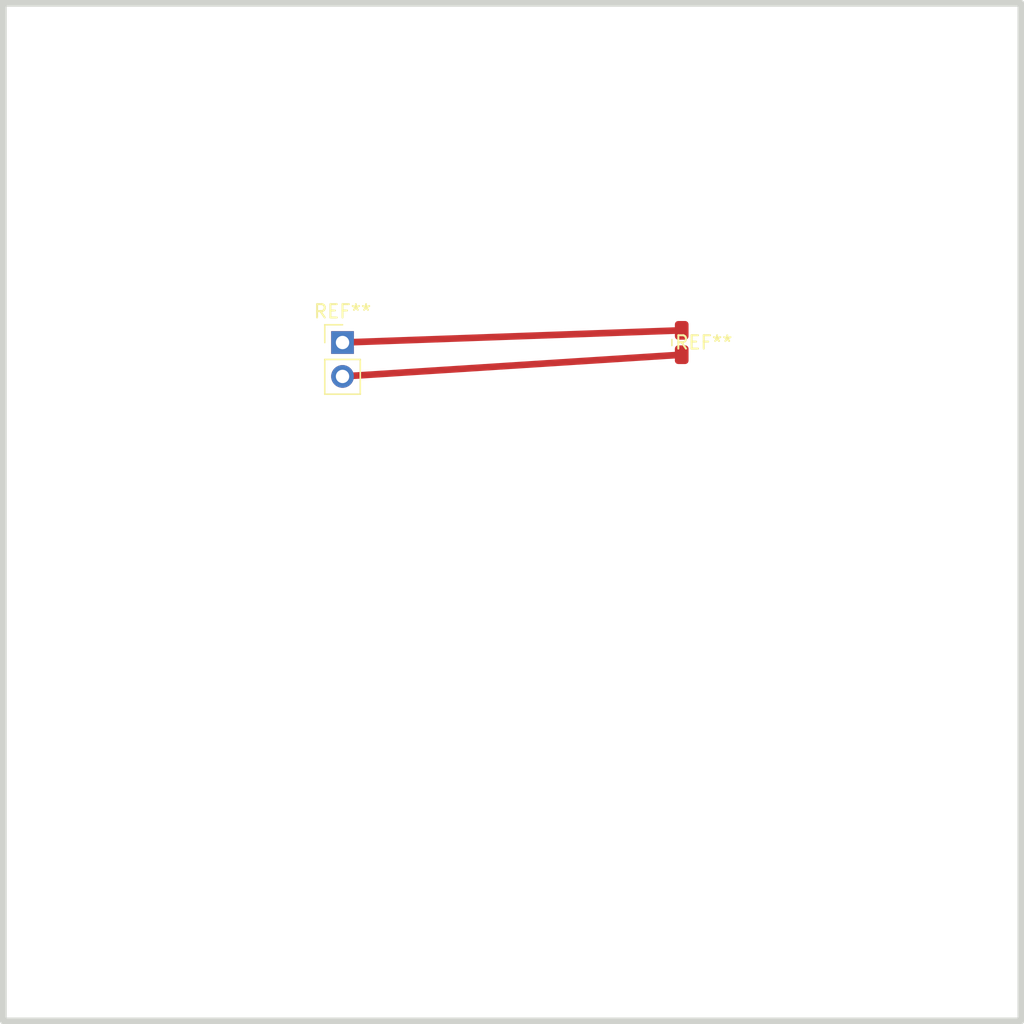
<source format=kicad_pcb>
(kicad_pcb
  (version 20230121)
  (generator kigen)
  (general (thickness 1.6))
  (paper A4)
  (layers
    (0 "F.Cu" signal)
    (31 "B.Cu" signal)
    (32 "B.Adhes" user "B.Adhesive")
    (33 "F.Adhes" user "F.Adhesive")
    (34 "B.Paste" user)
    (35 "F.Paste" user)
    (36 "B.SilkS" user "B.Silkscreen")
    (37 "F.SilkS" user "F.Silkscreen")
    (38 "B.Mask" user)
    (39 "F.Mask" user)
    (40 "Dwgs.User" user "User.Drawings")
    (41 "Cmts.User" user "User.Comments")
    (42 "Eco1.User" user "User.Eco1")
    (43 "Eco2.User" user "User.Eco2")
    (44 "Edge.Cuts" user)
    (45 "Margin" user)
    (46 "B.CrtYd" user "B.Courtyard")
    (47 "F.CrtYd" user "F.Courtyard")
    (48 "B.Fab" user)
    (49 "F.Fab" user)
    (50 "User.1" user)
    (51 "User.2" user)
    (52 "User.3" user)
    (53 "User.4" user)
    (54 "User.5" user)
    (55 "User.6" user)
    (56 "User.7" user)
    (57 "User.8" user)
    (58 "User.9" user)
  )
  (setup (pad_to_mask_clearance 0.0) (aux_axis_origin 0 0) (grid_origin 0 0))
  (net 0 "")
  (net 1 "P1")
  (net 2 "P2")
  (footprint
    "Connector_PinHeader_2.54mm:PinHeader_1x02_P2.54mm_Vertical"
    (layer "F.Cu")
    (descr "Through hole straight pin header, 1x02, 2.54mm pitch, single row")
    (tags "Through hole pin header THT 1x02 2.54mm single row")
    (attr through_hole)
    (tstamp 8a21f9bb-0bcb-461b-818c-29d7e0769ebe)
    (at 25.4 25.4 0)
    (path "/2a22713f-5da6-4c29-a770-a4bcba8bfe04")
    (fp_text
      reference
      "REF**"
      (at 0 -2.33)
      (layer "F.SilkS")
      (effects (font (size 1 1) (thickness 0.15)))
      (tstamp 9f449d09-37db-4679-b4e5-533258de06b2)
    )
    (fp_text
      value
      "PinHeader_1x02_P2.54mm_Vertical"
      (at 0 4.87)
      (layer "F.Fab")
      (effects (font (size 1 1) (thickness 0.15)))
      (tstamp 38fef59b-958b-45b7-8820-2d51d2463f7b)
    )
    (fp_text
      user
      "${REFERENCE}"
      (at 0 1.27 90)
      (layer "F.Fab")
      (effects (font (size 1 1) (thickness 0.15)))
      (tstamp 37dcc22b-aaa5-40bf-8441-c3e442439a19)
    )
    (model
      "${KICAD6_3DMODEL_DIR}/Connector_PinHeader_2.54mm.3dshapes/PinHeader_1x02_P2.54mm_Vertical.wrl"
      (offset (xyz 0 0 0))
      (scale (xyz 1 1 1))
      (rotate (xyz 0 0 0))
    )
    (property "ki_locked" "")
    (property "ki_keywords" "connector")
    (property "ki_description" "Generic connector, single row, 01x02, script generated")
    (property "ki_fp_filters" "Connector*:*_1x??_*")
    (fp_line (start -1.33 0) (end -1.33 -1.33) (layer "F.SilkS") (width 0.12) (tstamp 17065d0c-b729-4411-a0ba-609477102cae))
    (fp_line (start -1.33 3.87) (end 1.33 3.87) (layer "F.SilkS") (width 0.12) (tstamp 356cd7c3-c732-46f6-901c-08ed3018653a))
    (fp_line (start -1.33 1.27) (end -1.33 3.87) (layer "F.SilkS") (width 0.12) (tstamp 5039dc18-b6d0-4711-8037-7004e69e6695))
    (fp_line (start -1.33 1.27) (end 1.33 1.27) (layer "F.SilkS") (width 0.12) (tstamp acc4628e-df19-42c5-8749-bf9d024c5546))
    (fp_line (start -1.33 -1.33) (end 0 -1.33) (layer "F.SilkS") (width 0.12) (tstamp c8d9f458-d8ec-4ce7-837b-0c157bcfe850))
    (fp_line (start 1.33 1.27) (end 1.33 3.87) (layer "F.SilkS") (width 0.12) (tstamp cb13b7ee-2d34-4ee0-a235-16f903038f41))
    (fp_line (start 1.8 -1.8) (end -1.8 -1.8) (layer "F.CrtYd") (width 0.05) (tstamp 0431df18-ccfa-43ed-988f-ccfa94f64588))
    (fp_line (start 1.8 4.35) (end 1.8 -1.8) (layer "F.CrtYd") (width 0.05) (tstamp 39e4174d-3678-46b7-8a86-e101b522ee01))
    (fp_line (start -1.8 -1.8) (end -1.8 4.35) (layer "F.CrtYd") (width 0.05) (tstamp 4c579f0c-22ef-46f1-9321-ced1932e9de8))
    (fp_line (start -1.8 4.35) (end 1.8 4.35) (layer "F.CrtYd") (width 0.05) (tstamp bbe4fc65-e3ef-4f3e-a8f2-a145d26dd2d0))
    (fp_line (start 1.27 3.81) (end -1.27 3.81) (layer "F.Fab") (width 0.1) (tstamp 4862cb63-0472-41cc-a8df-0b9bad363bce))
    (fp_line (start -1.27 -0.635) (end -0.635 -1.27) (layer "F.Fab") (width 0.1) (tstamp 568e96c1-5e2a-4c04-bbbf-fe7e31835e6c))
    (fp_line (start -1.27 3.81) (end -1.27 -0.635) (layer "F.Fab") (width 0.1) (tstamp 56968ee9-c95b-4291-bcb7-1793b34b76a2))
    (fp_line (start -0.635 -1.27) (end 1.27 -1.27) (layer "F.Fab") (width 0.1) (tstamp 6febb08f-4976-439b-a073-38d3b74479d4))
    (fp_line (start 1.27 -1.27) (end 1.27 3.81) (layer "F.Fab") (width 0.1) (tstamp eecb46da-29c2-41e8-8b5f-45913974fea0))
    (pad
      "1"
      thru_hole
      rect
      (at 0 0 0)
      (size 1.7 1.7)
      (drill 1.0)
      (layers *.Cu *.Mask)
      (net 1 "P1")
      (tstamp 2b0a2100-e129-47ab-bd5f-042914e5b9df)
    )
    (pad
      "2"
      thru_hole
      oval
      (at 0 2.54 0)
      (size 1.7 1.7)
      (drill 1.0)
      (layers *.Cu *.Mask)
      (net 2 "P2")
      (tstamp 09ceeb43-9fac-40b4-a3bb-4f36cdd20ed2)
    )
  )
  (footprint
    "Resistor_SMD:R_0805_2012Metric"
    (layer "F.Cu")
    (descr
      "Resistor SMD 0805 (2012 Metric), square (rectangular) end terminal, IPC_7351 nominal, (Body size source: IPC-SM-782 page 72, https://www.pcb-3d.com/wordpress/wp-content/uploads/ipc-sm-782a_amendment_1_and_2.pdf), generated with kicad-footprint-generator"
    )
    (tags "resistor")
    (attr smd)
    (tstamp 26b9d687-2281-42d4-84d5-0060f659cbfc)
    (at 50.8 25.4 -90)
    (path "/df834b50-d745-4a96-a749-2af23970f98b")
    (fp_text
      reference
      "REF**"
      (at 0 -1.65)
      (layer "F.SilkS")
      (effects (font (size 1 1) (thickness 0.15)))
      (tstamp effead60-2b17-4463-91cf-34792a2b459a)
    )
    (fp_text
      value
      "R_0805_2012Metric"
      (at 0 1.65)
      (layer "F.Fab")
      (effects (font (size 1 1) (thickness 0.15)))
      (tstamp 83cd9c78-75b4-4eec-9501-2ff4a6e7a26e)
    )
    (fp_text
      user
      "${REFERENCE}"
      (at 0 0)
      (layer "F.Fab")
      (effects (font (size 0.5 0.5) (thickness 0.08)))
      (tstamp b5354c63-16aa-4898-aa0c-eeb3d035fc5f)
    )
    (model
      "${KICAD6_3DMODEL_DIR}/Resistor_SMD.3dshapes/R_0805_2012Metric.wrl"
      (offset (xyz 0 0 0))
      (scale (xyz 1 1 1))
      (rotate (xyz 0 0 0))
    )
    (property "ki_keywords" "R res resistor")
    (property "ki_description" "Resistor")
    (property "ki_fp_filters" "R_*")
    (fp_line
      (start -0.227064 -0.735)
      (end 0.227064 -0.735)
      (layer "F.SilkS")
      (width 0.12)
      (tstamp 1d1dfe66-8d95-48c7-9468-1437fe352fc9)
    )
    (fp_line
      (start -0.227064 0.735)
      (end 0.227064 0.735)
      (layer "F.SilkS")
      (width 0.12)
      (tstamp 9aaa9150-dbb8-4657-a223-476b55b89dae)
    )
    (fp_line (start -1.68 -0.95) (end 1.68 -0.95) (layer "F.CrtYd") (width 0.05) (tstamp 245c0818-3ccc-4969-b35b-0d4f8723400e))
    (fp_line (start 1.68 -0.95) (end 1.68 0.95) (layer "F.CrtYd") (width 0.05) (tstamp 5b983e02-1ada-4414-ad21-290f1424bf3d))
    (fp_line (start -1.68 0.95) (end -1.68 -0.95) (layer "F.CrtYd") (width 0.05) (tstamp c9825373-da58-4067-816d-465cdf887dc6))
    (fp_line (start 1.68 0.95) (end -1.68 0.95) (layer "F.CrtYd") (width 0.05) (tstamp f3d9ee21-ffbd-4620-abbf-7bc99e9f4420))
    (fp_line (start -1 0.625) (end -1 -0.625) (layer "F.Fab") (width 0.1) (tstamp 37f98079-19ff-4dd9-ac60-76d47722b840))
    (fp_line (start 1 0.625) (end -1 0.625) (layer "F.Fab") (width 0.1) (tstamp b0e87530-3bac-4895-be8c-fdb50669192d))
    (fp_line (start 1 -0.625) (end 1 0.625) (layer "F.Fab") (width 0.1) (tstamp b1a33891-38ab-48fb-8542-eb6b9260c23c))
    (fp_line (start -1 -0.625) (end 1 -0.625) (layer "F.Fab") (width 0.1) (tstamp e73c85cd-37bc-422b-91a3-e268ce9a1281))
    (pad
      "1"
      smd
      roundrect
      (at -0.9125 0 0)
      (size 1.025 1.4)
      (layers F.Cu F.Paste F.Mask)
      (net 1 "P1")
      (tstamp 9702d628-9b91-4d58-9130-9271bd872f5b)
      (roundrect_rratio 0.243902)
    )
    (pad
      "2"
      smd
      roundrect
      (at 0.9125 0 0)
      (size 1.025 1.4)
      (layers F.Cu F.Paste F.Mask)
      (net 2 "P2")
      (tstamp 1ad1544b-7ba3-4927-93fd-ab9c0a8dba06)
      (roundrect_rratio 0.243902)
    )
  )
  (segment (start 25.4 25.4) (end 50.8 24.4875) (width 0.5) (layer "F.Cu") (net 1) (tstamp 23186260-e933-4079-a577-fd9c072874fa))
  (segment (start 25.4 27.94) (end 50.8 26.3125) (width 0.5) (layer "F.Cu") (net 2) (tstamp 9e435d98-ef28-4f54-a0f0-6d7bcd0e6899))
  (gr_rect (start 0 0) (end 76.2 76.2) (width 0.5) (layer "Edge.Cuts") (tstamp 958277f0-3d6f-4d22-8bcf-476302a4687c))
)
</source>
